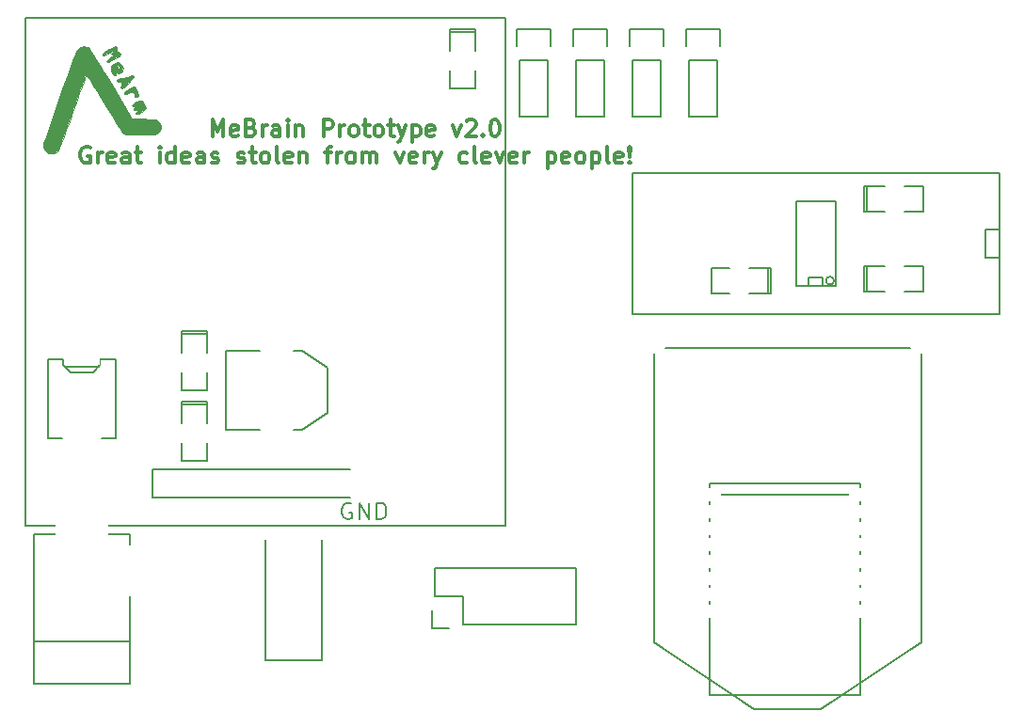
<source format=gto>
G04 #@! TF.FileFunction,Legend,Top*
%FSLAX46Y46*%
G04 Gerber Fmt 4.6, Leading zero omitted, Abs format (unit mm)*
G04 Created by KiCad (PCBNEW (2015-01-16 BZR 5376)-product) date 26/03/2015 09:41:38*
%MOMM*%
G01*
G04 APERTURE LIST*
%ADD10C,0.100000*%
%ADD11C,0.300000*%
%ADD12C,0.150000*%
%ADD13R,1.524000X2.032000*%
%ADD14R,3.302000X1.270000*%
%ADD15R,2.032000X1.524000*%
%ADD16R,1.000000X8.000000*%
%ADD17C,2.000000*%
%ADD18R,2.000000X2.000000*%
%ADD19R,1.574800X2.286000*%
%ADD20O,1.574800X2.286000*%
%ADD21R,1.727200X1.727200*%
%ADD22O,1.727200X1.727200*%
%ADD23C,4.800600*%
%ADD24R,4.800600X4.800600*%
%ADD25R,1.270000X0.406400*%
%ADD26R,2.000000X1.200000*%
%ADD27R,2.032000X3.657600*%
%ADD28R,2.032000X1.016000*%
%ADD29R,2.032000X1.727200*%
%ADD30O,2.032000X1.727200*%
%ADD31C,1.500000*%
G04 APERTURE END LIST*
D10*
D11*
X108773144Y-83298571D02*
X108773144Y-81798571D01*
X109273144Y-82870000D01*
X109773144Y-81798571D01*
X109773144Y-83298571D01*
X111058858Y-83227143D02*
X110916001Y-83298571D01*
X110630287Y-83298571D01*
X110487430Y-83227143D01*
X110416001Y-83084286D01*
X110416001Y-82512857D01*
X110487430Y-82370000D01*
X110630287Y-82298571D01*
X110916001Y-82298571D01*
X111058858Y-82370000D01*
X111130287Y-82512857D01*
X111130287Y-82655714D01*
X110416001Y-82798571D01*
X112273144Y-82512857D02*
X112487430Y-82584286D01*
X112558858Y-82655714D01*
X112630287Y-82798571D01*
X112630287Y-83012857D01*
X112558858Y-83155714D01*
X112487430Y-83227143D01*
X112344572Y-83298571D01*
X111773144Y-83298571D01*
X111773144Y-81798571D01*
X112273144Y-81798571D01*
X112416001Y-81870000D01*
X112487430Y-81941429D01*
X112558858Y-82084286D01*
X112558858Y-82227143D01*
X112487430Y-82370000D01*
X112416001Y-82441429D01*
X112273144Y-82512857D01*
X111773144Y-82512857D01*
X113273144Y-83298571D02*
X113273144Y-82298571D01*
X113273144Y-82584286D02*
X113344572Y-82441429D01*
X113416001Y-82370000D01*
X113558858Y-82298571D01*
X113701715Y-82298571D01*
X114844572Y-83298571D02*
X114844572Y-82512857D01*
X114773143Y-82370000D01*
X114630286Y-82298571D01*
X114344572Y-82298571D01*
X114201715Y-82370000D01*
X114844572Y-83227143D02*
X114701715Y-83298571D01*
X114344572Y-83298571D01*
X114201715Y-83227143D01*
X114130286Y-83084286D01*
X114130286Y-82941429D01*
X114201715Y-82798571D01*
X114344572Y-82727143D01*
X114701715Y-82727143D01*
X114844572Y-82655714D01*
X115558858Y-83298571D02*
X115558858Y-82298571D01*
X115558858Y-81798571D02*
X115487429Y-81870000D01*
X115558858Y-81941429D01*
X115630286Y-81870000D01*
X115558858Y-81798571D01*
X115558858Y-81941429D01*
X116273144Y-82298571D02*
X116273144Y-83298571D01*
X116273144Y-82441429D02*
X116344572Y-82370000D01*
X116487430Y-82298571D01*
X116701715Y-82298571D01*
X116844572Y-82370000D01*
X116916001Y-82512857D01*
X116916001Y-83298571D01*
X118773144Y-83298571D02*
X118773144Y-81798571D01*
X119344572Y-81798571D01*
X119487430Y-81870000D01*
X119558858Y-81941429D01*
X119630287Y-82084286D01*
X119630287Y-82298571D01*
X119558858Y-82441429D01*
X119487430Y-82512857D01*
X119344572Y-82584286D01*
X118773144Y-82584286D01*
X120273144Y-83298571D02*
X120273144Y-82298571D01*
X120273144Y-82584286D02*
X120344572Y-82441429D01*
X120416001Y-82370000D01*
X120558858Y-82298571D01*
X120701715Y-82298571D01*
X121416001Y-83298571D02*
X121273143Y-83227143D01*
X121201715Y-83155714D01*
X121130286Y-83012857D01*
X121130286Y-82584286D01*
X121201715Y-82441429D01*
X121273143Y-82370000D01*
X121416001Y-82298571D01*
X121630286Y-82298571D01*
X121773143Y-82370000D01*
X121844572Y-82441429D01*
X121916001Y-82584286D01*
X121916001Y-83012857D01*
X121844572Y-83155714D01*
X121773143Y-83227143D01*
X121630286Y-83298571D01*
X121416001Y-83298571D01*
X122344572Y-82298571D02*
X122916001Y-82298571D01*
X122558858Y-81798571D02*
X122558858Y-83084286D01*
X122630286Y-83227143D01*
X122773144Y-83298571D01*
X122916001Y-83298571D01*
X123630287Y-83298571D02*
X123487429Y-83227143D01*
X123416001Y-83155714D01*
X123344572Y-83012857D01*
X123344572Y-82584286D01*
X123416001Y-82441429D01*
X123487429Y-82370000D01*
X123630287Y-82298571D01*
X123844572Y-82298571D01*
X123987429Y-82370000D01*
X124058858Y-82441429D01*
X124130287Y-82584286D01*
X124130287Y-83012857D01*
X124058858Y-83155714D01*
X123987429Y-83227143D01*
X123844572Y-83298571D01*
X123630287Y-83298571D01*
X124558858Y-82298571D02*
X125130287Y-82298571D01*
X124773144Y-81798571D02*
X124773144Y-83084286D01*
X124844572Y-83227143D01*
X124987430Y-83298571D01*
X125130287Y-83298571D01*
X125487430Y-82298571D02*
X125844573Y-83298571D01*
X126201715Y-82298571D02*
X125844573Y-83298571D01*
X125701715Y-83655714D01*
X125630287Y-83727143D01*
X125487430Y-83798571D01*
X126773144Y-82298571D02*
X126773144Y-83798571D01*
X126773144Y-82370000D02*
X126916001Y-82298571D01*
X127201715Y-82298571D01*
X127344572Y-82370000D01*
X127416001Y-82441429D01*
X127487430Y-82584286D01*
X127487430Y-83012857D01*
X127416001Y-83155714D01*
X127344572Y-83227143D01*
X127201715Y-83298571D01*
X126916001Y-83298571D01*
X126773144Y-83227143D01*
X128701715Y-83227143D02*
X128558858Y-83298571D01*
X128273144Y-83298571D01*
X128130287Y-83227143D01*
X128058858Y-83084286D01*
X128058858Y-82512857D01*
X128130287Y-82370000D01*
X128273144Y-82298571D01*
X128558858Y-82298571D01*
X128701715Y-82370000D01*
X128773144Y-82512857D01*
X128773144Y-82655714D01*
X128058858Y-82798571D01*
X130416001Y-82298571D02*
X130773144Y-83298571D01*
X131130286Y-82298571D01*
X131630286Y-81941429D02*
X131701715Y-81870000D01*
X131844572Y-81798571D01*
X132201715Y-81798571D01*
X132344572Y-81870000D01*
X132416001Y-81941429D01*
X132487429Y-82084286D01*
X132487429Y-82227143D01*
X132416001Y-82441429D01*
X131558858Y-83298571D01*
X132487429Y-83298571D01*
X133130286Y-83155714D02*
X133201714Y-83227143D01*
X133130286Y-83298571D01*
X133058857Y-83227143D01*
X133130286Y-83155714D01*
X133130286Y-83298571D01*
X134130286Y-81798571D02*
X134273143Y-81798571D01*
X134416000Y-81870000D01*
X134487429Y-81941429D01*
X134558858Y-82084286D01*
X134630286Y-82370000D01*
X134630286Y-82727143D01*
X134558858Y-83012857D01*
X134487429Y-83155714D01*
X134416000Y-83227143D01*
X134273143Y-83298571D01*
X134130286Y-83298571D01*
X133987429Y-83227143D01*
X133916000Y-83155714D01*
X133844572Y-83012857D01*
X133773143Y-82727143D01*
X133773143Y-82370000D01*
X133844572Y-82084286D01*
X133916000Y-81941429D01*
X133987429Y-81870000D01*
X134130286Y-81798571D01*
X97773145Y-84270000D02*
X97630288Y-84198571D01*
X97416002Y-84198571D01*
X97201717Y-84270000D01*
X97058859Y-84412857D01*
X96987431Y-84555714D01*
X96916002Y-84841429D01*
X96916002Y-85055714D01*
X96987431Y-85341429D01*
X97058859Y-85484286D01*
X97201717Y-85627143D01*
X97416002Y-85698571D01*
X97558859Y-85698571D01*
X97773145Y-85627143D01*
X97844574Y-85555714D01*
X97844574Y-85055714D01*
X97558859Y-85055714D01*
X98487431Y-85698571D02*
X98487431Y-84698571D01*
X98487431Y-84984286D02*
X98558859Y-84841429D01*
X98630288Y-84770000D01*
X98773145Y-84698571D01*
X98916002Y-84698571D01*
X99987430Y-85627143D02*
X99844573Y-85698571D01*
X99558859Y-85698571D01*
X99416002Y-85627143D01*
X99344573Y-85484286D01*
X99344573Y-84912857D01*
X99416002Y-84770000D01*
X99558859Y-84698571D01*
X99844573Y-84698571D01*
X99987430Y-84770000D01*
X100058859Y-84912857D01*
X100058859Y-85055714D01*
X99344573Y-85198571D01*
X101344573Y-85698571D02*
X101344573Y-84912857D01*
X101273144Y-84770000D01*
X101130287Y-84698571D01*
X100844573Y-84698571D01*
X100701716Y-84770000D01*
X101344573Y-85627143D02*
X101201716Y-85698571D01*
X100844573Y-85698571D01*
X100701716Y-85627143D01*
X100630287Y-85484286D01*
X100630287Y-85341429D01*
X100701716Y-85198571D01*
X100844573Y-85127143D01*
X101201716Y-85127143D01*
X101344573Y-85055714D01*
X101844573Y-84698571D02*
X102416002Y-84698571D01*
X102058859Y-84198571D02*
X102058859Y-85484286D01*
X102130287Y-85627143D01*
X102273145Y-85698571D01*
X102416002Y-85698571D01*
X104058859Y-85698571D02*
X104058859Y-84698571D01*
X104058859Y-84198571D02*
X103987430Y-84270000D01*
X104058859Y-84341429D01*
X104130287Y-84270000D01*
X104058859Y-84198571D01*
X104058859Y-84341429D01*
X105416002Y-85698571D02*
X105416002Y-84198571D01*
X105416002Y-85627143D02*
X105273145Y-85698571D01*
X104987431Y-85698571D01*
X104844573Y-85627143D01*
X104773145Y-85555714D01*
X104701716Y-85412857D01*
X104701716Y-84984286D01*
X104773145Y-84841429D01*
X104844573Y-84770000D01*
X104987431Y-84698571D01*
X105273145Y-84698571D01*
X105416002Y-84770000D01*
X106701716Y-85627143D02*
X106558859Y-85698571D01*
X106273145Y-85698571D01*
X106130288Y-85627143D01*
X106058859Y-85484286D01*
X106058859Y-84912857D01*
X106130288Y-84770000D01*
X106273145Y-84698571D01*
X106558859Y-84698571D01*
X106701716Y-84770000D01*
X106773145Y-84912857D01*
X106773145Y-85055714D01*
X106058859Y-85198571D01*
X108058859Y-85698571D02*
X108058859Y-84912857D01*
X107987430Y-84770000D01*
X107844573Y-84698571D01*
X107558859Y-84698571D01*
X107416002Y-84770000D01*
X108058859Y-85627143D02*
X107916002Y-85698571D01*
X107558859Y-85698571D01*
X107416002Y-85627143D01*
X107344573Y-85484286D01*
X107344573Y-85341429D01*
X107416002Y-85198571D01*
X107558859Y-85127143D01*
X107916002Y-85127143D01*
X108058859Y-85055714D01*
X108701716Y-85627143D02*
X108844573Y-85698571D01*
X109130288Y-85698571D01*
X109273145Y-85627143D01*
X109344573Y-85484286D01*
X109344573Y-85412857D01*
X109273145Y-85270000D01*
X109130288Y-85198571D01*
X108916002Y-85198571D01*
X108773145Y-85127143D01*
X108701716Y-84984286D01*
X108701716Y-84912857D01*
X108773145Y-84770000D01*
X108916002Y-84698571D01*
X109130288Y-84698571D01*
X109273145Y-84770000D01*
X111058859Y-85627143D02*
X111201716Y-85698571D01*
X111487431Y-85698571D01*
X111630288Y-85627143D01*
X111701716Y-85484286D01*
X111701716Y-85412857D01*
X111630288Y-85270000D01*
X111487431Y-85198571D01*
X111273145Y-85198571D01*
X111130288Y-85127143D01*
X111058859Y-84984286D01*
X111058859Y-84912857D01*
X111130288Y-84770000D01*
X111273145Y-84698571D01*
X111487431Y-84698571D01*
X111630288Y-84770000D01*
X112130288Y-84698571D02*
X112701717Y-84698571D01*
X112344574Y-84198571D02*
X112344574Y-85484286D01*
X112416002Y-85627143D01*
X112558860Y-85698571D01*
X112701717Y-85698571D01*
X113416003Y-85698571D02*
X113273145Y-85627143D01*
X113201717Y-85555714D01*
X113130288Y-85412857D01*
X113130288Y-84984286D01*
X113201717Y-84841429D01*
X113273145Y-84770000D01*
X113416003Y-84698571D01*
X113630288Y-84698571D01*
X113773145Y-84770000D01*
X113844574Y-84841429D01*
X113916003Y-84984286D01*
X113916003Y-85412857D01*
X113844574Y-85555714D01*
X113773145Y-85627143D01*
X113630288Y-85698571D01*
X113416003Y-85698571D01*
X114773146Y-85698571D02*
X114630288Y-85627143D01*
X114558860Y-85484286D01*
X114558860Y-84198571D01*
X115916002Y-85627143D02*
X115773145Y-85698571D01*
X115487431Y-85698571D01*
X115344574Y-85627143D01*
X115273145Y-85484286D01*
X115273145Y-84912857D01*
X115344574Y-84770000D01*
X115487431Y-84698571D01*
X115773145Y-84698571D01*
X115916002Y-84770000D01*
X115987431Y-84912857D01*
X115987431Y-85055714D01*
X115273145Y-85198571D01*
X116630288Y-84698571D02*
X116630288Y-85698571D01*
X116630288Y-84841429D02*
X116701716Y-84770000D01*
X116844574Y-84698571D01*
X117058859Y-84698571D01*
X117201716Y-84770000D01*
X117273145Y-84912857D01*
X117273145Y-85698571D01*
X118916002Y-84698571D02*
X119487431Y-84698571D01*
X119130288Y-85698571D02*
X119130288Y-84412857D01*
X119201716Y-84270000D01*
X119344574Y-84198571D01*
X119487431Y-84198571D01*
X119987431Y-85698571D02*
X119987431Y-84698571D01*
X119987431Y-84984286D02*
X120058859Y-84841429D01*
X120130288Y-84770000D01*
X120273145Y-84698571D01*
X120416002Y-84698571D01*
X121130288Y-85698571D02*
X120987430Y-85627143D01*
X120916002Y-85555714D01*
X120844573Y-85412857D01*
X120844573Y-84984286D01*
X120916002Y-84841429D01*
X120987430Y-84770000D01*
X121130288Y-84698571D01*
X121344573Y-84698571D01*
X121487430Y-84770000D01*
X121558859Y-84841429D01*
X121630288Y-84984286D01*
X121630288Y-85412857D01*
X121558859Y-85555714D01*
X121487430Y-85627143D01*
X121344573Y-85698571D01*
X121130288Y-85698571D01*
X122273145Y-85698571D02*
X122273145Y-84698571D01*
X122273145Y-84841429D02*
X122344573Y-84770000D01*
X122487431Y-84698571D01*
X122701716Y-84698571D01*
X122844573Y-84770000D01*
X122916002Y-84912857D01*
X122916002Y-85698571D01*
X122916002Y-84912857D02*
X122987431Y-84770000D01*
X123130288Y-84698571D01*
X123344573Y-84698571D01*
X123487431Y-84770000D01*
X123558859Y-84912857D01*
X123558859Y-85698571D01*
X125273145Y-84698571D02*
X125630288Y-85698571D01*
X125987430Y-84698571D01*
X127130287Y-85627143D02*
X126987430Y-85698571D01*
X126701716Y-85698571D01*
X126558859Y-85627143D01*
X126487430Y-85484286D01*
X126487430Y-84912857D01*
X126558859Y-84770000D01*
X126701716Y-84698571D01*
X126987430Y-84698571D01*
X127130287Y-84770000D01*
X127201716Y-84912857D01*
X127201716Y-85055714D01*
X126487430Y-85198571D01*
X127844573Y-85698571D02*
X127844573Y-84698571D01*
X127844573Y-84984286D02*
X127916001Y-84841429D01*
X127987430Y-84770000D01*
X128130287Y-84698571D01*
X128273144Y-84698571D01*
X128630287Y-84698571D02*
X128987430Y-85698571D01*
X129344572Y-84698571D02*
X128987430Y-85698571D01*
X128844572Y-86055714D01*
X128773144Y-86127143D01*
X128630287Y-86198571D01*
X131701715Y-85627143D02*
X131558858Y-85698571D01*
X131273144Y-85698571D01*
X131130286Y-85627143D01*
X131058858Y-85555714D01*
X130987429Y-85412857D01*
X130987429Y-84984286D01*
X131058858Y-84841429D01*
X131130286Y-84770000D01*
X131273144Y-84698571D01*
X131558858Y-84698571D01*
X131701715Y-84770000D01*
X132558858Y-85698571D02*
X132416000Y-85627143D01*
X132344572Y-85484286D01*
X132344572Y-84198571D01*
X133701714Y-85627143D02*
X133558857Y-85698571D01*
X133273143Y-85698571D01*
X133130286Y-85627143D01*
X133058857Y-85484286D01*
X133058857Y-84912857D01*
X133130286Y-84770000D01*
X133273143Y-84698571D01*
X133558857Y-84698571D01*
X133701714Y-84770000D01*
X133773143Y-84912857D01*
X133773143Y-85055714D01*
X133058857Y-85198571D01*
X134273143Y-84698571D02*
X134630286Y-85698571D01*
X134987428Y-84698571D01*
X136130285Y-85627143D02*
X135987428Y-85698571D01*
X135701714Y-85698571D01*
X135558857Y-85627143D01*
X135487428Y-85484286D01*
X135487428Y-84912857D01*
X135558857Y-84770000D01*
X135701714Y-84698571D01*
X135987428Y-84698571D01*
X136130285Y-84770000D01*
X136201714Y-84912857D01*
X136201714Y-85055714D01*
X135487428Y-85198571D01*
X136844571Y-85698571D02*
X136844571Y-84698571D01*
X136844571Y-84984286D02*
X136915999Y-84841429D01*
X136987428Y-84770000D01*
X137130285Y-84698571D01*
X137273142Y-84698571D01*
X138915999Y-84698571D02*
X138915999Y-86198571D01*
X138915999Y-84770000D02*
X139058856Y-84698571D01*
X139344570Y-84698571D01*
X139487427Y-84770000D01*
X139558856Y-84841429D01*
X139630285Y-84984286D01*
X139630285Y-85412857D01*
X139558856Y-85555714D01*
X139487427Y-85627143D01*
X139344570Y-85698571D01*
X139058856Y-85698571D01*
X138915999Y-85627143D01*
X140844570Y-85627143D02*
X140701713Y-85698571D01*
X140415999Y-85698571D01*
X140273142Y-85627143D01*
X140201713Y-85484286D01*
X140201713Y-84912857D01*
X140273142Y-84770000D01*
X140415999Y-84698571D01*
X140701713Y-84698571D01*
X140844570Y-84770000D01*
X140915999Y-84912857D01*
X140915999Y-85055714D01*
X140201713Y-85198571D01*
X141773142Y-85698571D02*
X141630284Y-85627143D01*
X141558856Y-85555714D01*
X141487427Y-85412857D01*
X141487427Y-84984286D01*
X141558856Y-84841429D01*
X141630284Y-84770000D01*
X141773142Y-84698571D01*
X141987427Y-84698571D01*
X142130284Y-84770000D01*
X142201713Y-84841429D01*
X142273142Y-84984286D01*
X142273142Y-85412857D01*
X142201713Y-85555714D01*
X142130284Y-85627143D01*
X141987427Y-85698571D01*
X141773142Y-85698571D01*
X142915999Y-84698571D02*
X142915999Y-86198571D01*
X142915999Y-84770000D02*
X143058856Y-84698571D01*
X143344570Y-84698571D01*
X143487427Y-84770000D01*
X143558856Y-84841429D01*
X143630285Y-84984286D01*
X143630285Y-85412857D01*
X143558856Y-85555714D01*
X143487427Y-85627143D01*
X143344570Y-85698571D01*
X143058856Y-85698571D01*
X142915999Y-85627143D01*
X144487428Y-85698571D02*
X144344570Y-85627143D01*
X144273142Y-85484286D01*
X144273142Y-84198571D01*
X145630284Y-85627143D02*
X145487427Y-85698571D01*
X145201713Y-85698571D01*
X145058856Y-85627143D01*
X144987427Y-85484286D01*
X144987427Y-84912857D01*
X145058856Y-84770000D01*
X145201713Y-84698571D01*
X145487427Y-84698571D01*
X145630284Y-84770000D01*
X145701713Y-84912857D01*
X145701713Y-85055714D01*
X144987427Y-85198571D01*
X146344570Y-85555714D02*
X146415998Y-85627143D01*
X146344570Y-85698571D01*
X146273141Y-85627143D01*
X146344570Y-85555714D01*
X146344570Y-85698571D01*
X146344570Y-85127143D02*
X146273141Y-84270000D01*
X146344570Y-84198571D01*
X146415998Y-84270000D01*
X146344570Y-85127143D01*
X146344570Y-84198571D01*
D12*
X167640000Y-94996000D02*
X167386000Y-94996000D01*
X167386000Y-94996000D02*
X167386000Y-97282000D01*
X167386000Y-97282000D02*
X167640000Y-97282000D01*
X167640000Y-94996000D02*
X167640000Y-97282000D01*
X167640000Y-97282000D02*
X169291000Y-97282000D01*
X171069000Y-94996000D02*
X172720000Y-94996000D01*
X172720000Y-94996000D02*
X172720000Y-97282000D01*
X172720000Y-97282000D02*
X171069000Y-97282000D01*
X169291000Y-94996000D02*
X167640000Y-94996000D01*
X95504000Y-104013000D02*
X98552000Y-104013000D01*
X95377000Y-103378000D02*
X93980000Y-103378000D01*
X100076000Y-103378000D02*
X98679000Y-103378000D01*
X100076000Y-110490000D02*
X98806000Y-110490000D01*
X93980000Y-110490000D02*
X95250000Y-110490000D01*
X98679000Y-103378000D02*
X98679000Y-103886000D01*
X98679000Y-103886000D02*
X98044000Y-104521000D01*
X98044000Y-104521000D02*
X96012000Y-104521000D01*
X95377000Y-103378000D02*
X95377000Y-103886000D01*
X95377000Y-103886000D02*
X96012000Y-104521000D01*
X93980000Y-110490000D02*
X93980000Y-103378000D01*
X100076000Y-103378000D02*
X100076000Y-110490000D01*
X158750000Y-97409000D02*
X159004000Y-97409000D01*
X159004000Y-97409000D02*
X159004000Y-95123000D01*
X159004000Y-95123000D02*
X158750000Y-95123000D01*
X158750000Y-97409000D02*
X158750000Y-95123000D01*
X158750000Y-95123000D02*
X157099000Y-95123000D01*
X155321000Y-97409000D02*
X153670000Y-97409000D01*
X153670000Y-97409000D02*
X153670000Y-95123000D01*
X153670000Y-95123000D02*
X155321000Y-95123000D01*
X157099000Y-97409000D02*
X158750000Y-97409000D01*
X108331000Y-107442000D02*
X108331000Y-107188000D01*
X108331000Y-107188000D02*
X106045000Y-107188000D01*
X106045000Y-107188000D02*
X106045000Y-107442000D01*
X108331000Y-107442000D02*
X106045000Y-107442000D01*
X106045000Y-107442000D02*
X106045000Y-109093000D01*
X108331000Y-110871000D02*
X108331000Y-112522000D01*
X108331000Y-112522000D02*
X106045000Y-112522000D01*
X106045000Y-112522000D02*
X106045000Y-110871000D01*
X108331000Y-109093000D02*
X108331000Y-107442000D01*
X108331000Y-101092000D02*
X108331000Y-100838000D01*
X108331000Y-100838000D02*
X106045000Y-100838000D01*
X106045000Y-100838000D02*
X106045000Y-101092000D01*
X108331000Y-101092000D02*
X106045000Y-101092000D01*
X106045000Y-101092000D02*
X106045000Y-102743000D01*
X108331000Y-104521000D02*
X108331000Y-106172000D01*
X108331000Y-106172000D02*
X106045000Y-106172000D01*
X106045000Y-106172000D02*
X106045000Y-104521000D01*
X108331000Y-102743000D02*
X108331000Y-101092000D01*
X132461000Y-73914000D02*
X132461000Y-73660000D01*
X132461000Y-73660000D02*
X130175000Y-73660000D01*
X130175000Y-73660000D02*
X130175000Y-73914000D01*
X132461000Y-73914000D02*
X130175000Y-73914000D01*
X130175000Y-73914000D02*
X130175000Y-75565000D01*
X132461000Y-77343000D02*
X132461000Y-78994000D01*
X132461000Y-78994000D02*
X130175000Y-78994000D01*
X130175000Y-78994000D02*
X130175000Y-77343000D01*
X132461000Y-75565000D02*
X132461000Y-73914000D01*
X167640000Y-87757000D02*
X167386000Y-87757000D01*
X167386000Y-87757000D02*
X167386000Y-90043000D01*
X167386000Y-90043000D02*
X167640000Y-90043000D01*
X167640000Y-87757000D02*
X167640000Y-90043000D01*
X167640000Y-90043000D02*
X169291000Y-90043000D01*
X171069000Y-87757000D02*
X172720000Y-87757000D01*
X172720000Y-87757000D02*
X172720000Y-90043000D01*
X172720000Y-90043000D02*
X171069000Y-90043000D01*
X169291000Y-87757000D02*
X167640000Y-87757000D01*
X118618000Y-130429000D02*
X118618000Y-119634000D01*
X113538000Y-130429000D02*
X113538000Y-119634000D01*
X113538000Y-130429000D02*
X118618000Y-130429000D01*
X135128000Y-72644000D02*
X91948000Y-72644000D01*
X91948000Y-72644000D02*
X91948000Y-118364000D01*
X135128000Y-118364000D02*
X135128000Y-72644000D01*
X91948000Y-118364000D02*
X135128000Y-118364000D01*
X103378000Y-113284000D02*
X121158000Y-113284000D01*
X103378000Y-113284000D02*
X103378000Y-115824000D01*
X103378000Y-115824000D02*
X121158000Y-115824000D01*
X179578000Y-94234000D02*
X178308000Y-94234000D01*
X178308000Y-94234000D02*
X178308000Y-91694000D01*
X178308000Y-91694000D02*
X179578000Y-91694000D01*
X179578000Y-99314000D02*
X146558000Y-99314000D01*
X146558000Y-99314000D02*
X146558000Y-86614000D01*
X146558000Y-86614000D02*
X179578000Y-86614000D01*
X179578000Y-86614000D02*
X179578000Y-99314000D01*
X128778000Y-122174000D02*
X141478000Y-122174000D01*
X141478000Y-122174000D02*
X141478000Y-127254000D01*
X141478000Y-127254000D02*
X131318000Y-127254000D01*
X128778000Y-122174000D02*
X128778000Y-124714000D01*
X128498000Y-125984000D02*
X128498000Y-127534000D01*
X128778000Y-124714000D02*
X131318000Y-124714000D01*
X131318000Y-124714000D02*
X131318000Y-127254000D01*
X128498000Y-127534000D02*
X130048000Y-127534000D01*
X92710000Y-131826000D02*
X92710000Y-132588000D01*
X92710000Y-132588000D02*
X101346000Y-132588000D01*
X101346000Y-132588000D02*
X101346000Y-131826000D01*
X92710000Y-128778000D02*
X101346000Y-128778000D01*
X92710000Y-119126000D02*
X101346000Y-119126000D01*
X101346000Y-131826000D02*
X101346000Y-119126000D01*
X92710000Y-131826000D02*
X92710000Y-119126000D01*
X161290000Y-89154000D02*
X161290000Y-96774000D01*
X164846000Y-96774000D02*
X164846000Y-89154000D01*
X161290000Y-89154000D02*
X164846000Y-89154000D01*
X164846000Y-96774000D02*
X161290000Y-96774000D01*
X164697210Y-96266000D02*
G75*
G03X164697210Y-96266000I-359210J0D01*
G01*
X162433000Y-96774000D02*
X162433000Y-96012000D01*
X162433000Y-96012000D02*
X163703000Y-96012000D01*
X163703000Y-96012000D02*
X163703000Y-96774000D01*
X167028000Y-133554000D02*
X167028000Y-114554000D01*
X153528000Y-133554000D02*
X167028000Y-133554000D01*
X154028000Y-115554000D02*
X167028000Y-115554000D01*
X153528000Y-132554000D02*
X153528000Y-133554000D01*
X153528000Y-114554000D02*
X153528000Y-132554000D01*
X167028000Y-114554000D02*
X153528000Y-114554000D01*
X113030000Y-102616000D02*
X109982000Y-102616000D01*
X109982000Y-102616000D02*
X109982000Y-109728000D01*
X109982000Y-109728000D02*
X113030000Y-109728000D01*
X116078000Y-102616000D02*
X116840000Y-102616000D01*
X116840000Y-102616000D02*
X119126000Y-104140000D01*
X119126000Y-104140000D02*
X119126000Y-108204000D01*
X119126000Y-108204000D02*
X116840000Y-109728000D01*
X116840000Y-109728000D02*
X116078000Y-109728000D01*
X141478000Y-76454000D02*
X141478000Y-81534000D01*
X141478000Y-81534000D02*
X144018000Y-81534000D01*
X144018000Y-81534000D02*
X144018000Y-76454000D01*
X144298000Y-73634000D02*
X144298000Y-75184000D01*
X144018000Y-76454000D02*
X141478000Y-76454000D01*
X141198000Y-75184000D02*
X141198000Y-73634000D01*
X141198000Y-73634000D02*
X144298000Y-73634000D01*
X146558000Y-76454000D02*
X146558000Y-81534000D01*
X146558000Y-81534000D02*
X149098000Y-81534000D01*
X149098000Y-81534000D02*
X149098000Y-76454000D01*
X149378000Y-73634000D02*
X149378000Y-75184000D01*
X149098000Y-76454000D02*
X146558000Y-76454000D01*
X146278000Y-75184000D02*
X146278000Y-73634000D01*
X146278000Y-73634000D02*
X149378000Y-73634000D01*
X151638000Y-76454000D02*
X151638000Y-81534000D01*
X151638000Y-81534000D02*
X154178000Y-81534000D01*
X154178000Y-81534000D02*
X154178000Y-76454000D01*
X154458000Y-73634000D02*
X154458000Y-75184000D01*
X154178000Y-76454000D02*
X151638000Y-76454000D01*
X151358000Y-75184000D02*
X151358000Y-73634000D01*
X151358000Y-73634000D02*
X154458000Y-73634000D01*
X136398000Y-76454000D02*
X136398000Y-81534000D01*
X136398000Y-81534000D02*
X138938000Y-81534000D01*
X138938000Y-81534000D02*
X138938000Y-76454000D01*
X139218000Y-73634000D02*
X139218000Y-75184000D01*
X138938000Y-76454000D02*
X136398000Y-76454000D01*
X136118000Y-75184000D02*
X136118000Y-73634000D01*
X136118000Y-73634000D02*
X139218000Y-73634000D01*
X172528000Y-128824000D02*
X163528000Y-134824000D01*
X163528000Y-134824000D02*
X157528000Y-134824000D01*
X157528000Y-134824000D02*
X148528000Y-128824000D01*
X148528000Y-128824000D02*
X148528000Y-102824000D01*
X172528000Y-128824000D02*
X172528000Y-102824000D01*
X171528000Y-102324000D02*
X149528000Y-102324000D01*
D10*
G36*
X104129673Y-82267117D02*
X104124423Y-82565990D01*
X104007252Y-82844951D01*
X103932182Y-82934848D01*
X103850058Y-83011331D01*
X103762128Y-83066292D01*
X103640770Y-83103285D01*
X103458361Y-83125865D01*
X103187278Y-83137586D01*
X102799901Y-83142001D01*
X102317002Y-83142666D01*
X100909641Y-83142666D01*
X100682860Y-82909833D01*
X100585900Y-82782727D01*
X100414737Y-82528759D01*
X100181316Y-82166854D01*
X99897579Y-81715931D01*
X99575471Y-81194914D01*
X99226936Y-80622723D01*
X98974873Y-80203946D01*
X98623944Y-79620276D01*
X98299820Y-79085500D01*
X98012852Y-78616361D01*
X97773390Y-78229605D01*
X97591784Y-77941973D01*
X97478383Y-77770211D01*
X97444029Y-77727446D01*
X97406313Y-77803897D01*
X97318976Y-78023754D01*
X97188075Y-78370503D01*
X97019664Y-78827633D01*
X96819799Y-79378628D01*
X96594536Y-80006978D01*
X96349930Y-80696168D01*
X96216362Y-81075211D01*
X95915394Y-81923480D01*
X95642252Y-82677457D01*
X95401278Y-83325827D01*
X95196813Y-83857274D01*
X95033200Y-84260482D01*
X94914782Y-84524134D01*
X94851876Y-84631211D01*
X94619202Y-84779393D01*
X94318686Y-84837973D01*
X94026377Y-84799356D01*
X93887996Y-84727473D01*
X93691767Y-84498462D01*
X93572361Y-84210254D01*
X93556667Y-84080976D01*
X93584198Y-83969432D01*
X93663252Y-83714060D01*
X93788515Y-83330544D01*
X93954674Y-82834566D01*
X94156418Y-82241809D01*
X94388434Y-81567955D01*
X94645410Y-80828689D01*
X94922032Y-80039693D01*
X95014078Y-79778576D01*
X95357861Y-78806213D01*
X95651640Y-77981571D01*
X95901228Y-77292501D01*
X96112438Y-76726854D01*
X96291083Y-76272482D01*
X96442977Y-75917237D01*
X96573933Y-75648969D01*
X96689764Y-75455530D01*
X96796283Y-75324772D01*
X96899304Y-75244546D01*
X97004639Y-75202703D01*
X97118101Y-75187094D01*
X97211987Y-75185296D01*
X97445625Y-75208886D01*
X97615897Y-75263917D01*
X97617452Y-75264888D01*
X97686148Y-75351848D01*
X97832406Y-75568773D01*
X98046647Y-75900441D01*
X98319292Y-76331625D01*
X98640763Y-76847101D01*
X99001479Y-77431646D01*
X99391863Y-78070033D01*
X99654226Y-78502091D01*
X101567213Y-81661000D01*
X102620773Y-81705834D01*
X103038360Y-81728616D01*
X103403553Y-81757814D01*
X103677830Y-81789725D01*
X103822669Y-81820642D01*
X103824852Y-81821628D01*
X104028113Y-82001331D01*
X104129673Y-82267117D01*
X104129673Y-82267117D01*
X104129673Y-82267117D01*
G37*
X104129673Y-82267117D02*
X104124423Y-82565990D01*
X104007252Y-82844951D01*
X103932182Y-82934848D01*
X103850058Y-83011331D01*
X103762128Y-83066292D01*
X103640770Y-83103285D01*
X103458361Y-83125865D01*
X103187278Y-83137586D01*
X102799901Y-83142001D01*
X102317002Y-83142666D01*
X100909641Y-83142666D01*
X100682860Y-82909833D01*
X100585900Y-82782727D01*
X100414737Y-82528759D01*
X100181316Y-82166854D01*
X99897579Y-81715931D01*
X99575471Y-81194914D01*
X99226936Y-80622723D01*
X98974873Y-80203946D01*
X98623944Y-79620276D01*
X98299820Y-79085500D01*
X98012852Y-78616361D01*
X97773390Y-78229605D01*
X97591784Y-77941973D01*
X97478383Y-77770211D01*
X97444029Y-77727446D01*
X97406313Y-77803897D01*
X97318976Y-78023754D01*
X97188075Y-78370503D01*
X97019664Y-78827633D01*
X96819799Y-79378628D01*
X96594536Y-80006978D01*
X96349930Y-80696168D01*
X96216362Y-81075211D01*
X95915394Y-81923480D01*
X95642252Y-82677457D01*
X95401278Y-83325827D01*
X95196813Y-83857274D01*
X95033200Y-84260482D01*
X94914782Y-84524134D01*
X94851876Y-84631211D01*
X94619202Y-84779393D01*
X94318686Y-84837973D01*
X94026377Y-84799356D01*
X93887996Y-84727473D01*
X93691767Y-84498462D01*
X93572361Y-84210254D01*
X93556667Y-84080976D01*
X93584198Y-83969432D01*
X93663252Y-83714060D01*
X93788515Y-83330544D01*
X93954674Y-82834566D01*
X94156418Y-82241809D01*
X94388434Y-81567955D01*
X94645410Y-80828689D01*
X94922032Y-80039693D01*
X95014078Y-79778576D01*
X95357861Y-78806213D01*
X95651640Y-77981571D01*
X95901228Y-77292501D01*
X96112438Y-76726854D01*
X96291083Y-76272482D01*
X96442977Y-75917237D01*
X96573933Y-75648969D01*
X96689764Y-75455530D01*
X96796283Y-75324772D01*
X96899304Y-75244546D01*
X97004639Y-75202703D01*
X97118101Y-75187094D01*
X97211987Y-75185296D01*
X97445625Y-75208886D01*
X97615897Y-75263917D01*
X97617452Y-75264888D01*
X97686148Y-75351848D01*
X97832406Y-75568773D01*
X98046647Y-75900441D01*
X98319292Y-76331625D01*
X98640763Y-76847101D01*
X99001479Y-77431646D01*
X99391863Y-78070033D01*
X99654226Y-78502091D01*
X101567213Y-81661000D01*
X102620773Y-81705834D01*
X103038360Y-81728616D01*
X103403553Y-81757814D01*
X103677830Y-81789725D01*
X103822669Y-81820642D01*
X103824852Y-81821628D01*
X104028113Y-82001331D01*
X104129673Y-82267117D01*
X104129673Y-82267117D01*
G36*
X102785333Y-80741612D02*
X102717227Y-80850630D01*
X102548346Y-80994552D01*
X102331849Y-81137721D01*
X102120892Y-81244482D01*
X101982682Y-81280000D01*
X101869145Y-81222811D01*
X101854000Y-81172253D01*
X101922233Y-81066971D01*
X102091944Y-80938510D01*
X102150839Y-80904648D01*
X102328127Y-80796476D01*
X102411027Y-80720098D01*
X102410314Y-80707425D01*
X102322744Y-80722733D01*
X102179303Y-80805697D01*
X101980980Y-80908116D01*
X101835161Y-80941333D01*
X101702692Y-80901803D01*
X101701463Y-80803291D01*
X101818714Y-80675909D01*
X101991482Y-80572385D01*
X102171904Y-80471094D01*
X102253451Y-80394025D01*
X102250957Y-80378735D01*
X102156051Y-80386857D01*
X102009970Y-80467030D01*
X101797595Y-80574294D01*
X101619082Y-80595452D01*
X101521677Y-80528298D01*
X101515333Y-80490139D01*
X101586953Y-80393674D01*
X101765236Y-80273102D01*
X101995316Y-80155131D01*
X102222328Y-80066469D01*
X102391405Y-80033823D01*
X102432583Y-80043629D01*
X102537092Y-80164397D01*
X102655675Y-80372172D01*
X102750799Y-80592684D01*
X102785333Y-80741612D01*
X102785333Y-80741612D01*
X102785333Y-80741612D01*
G37*
X102785333Y-80741612D02*
X102717227Y-80850630D01*
X102548346Y-80994552D01*
X102331849Y-81137721D01*
X102120892Y-81244482D01*
X101982682Y-81280000D01*
X101869145Y-81222811D01*
X101854000Y-81172253D01*
X101922233Y-81066971D01*
X102091944Y-80938510D01*
X102150839Y-80904648D01*
X102328127Y-80796476D01*
X102411027Y-80720098D01*
X102410314Y-80707425D01*
X102322744Y-80722733D01*
X102179303Y-80805697D01*
X101980980Y-80908116D01*
X101835161Y-80941333D01*
X101702692Y-80901803D01*
X101701463Y-80803291D01*
X101818714Y-80675909D01*
X101991482Y-80572385D01*
X102171904Y-80471094D01*
X102253451Y-80394025D01*
X102250957Y-80378735D01*
X102156051Y-80386857D01*
X102009970Y-80467030D01*
X101797595Y-80574294D01*
X101619082Y-80595452D01*
X101521677Y-80528298D01*
X101515333Y-80490139D01*
X101586953Y-80393674D01*
X101765236Y-80273102D01*
X101995316Y-80155131D01*
X102222328Y-80066469D01*
X102391405Y-80033823D01*
X102432583Y-80043629D01*
X102537092Y-80164397D01*
X102655675Y-80372172D01*
X102750799Y-80592684D01*
X102785333Y-80741612D01*
X102785333Y-80741612D01*
G36*
X102083515Y-79527581D02*
X102002257Y-79689647D01*
X101905392Y-79742649D01*
X101790703Y-79734484D01*
X101786078Y-79618116D01*
X101792900Y-79590357D01*
X101775595Y-79410739D01*
X101643862Y-79304613D01*
X101443115Y-79289578D01*
X101233200Y-79373481D01*
X101030608Y-79460227D01*
X100885159Y-79438756D01*
X100838000Y-79334908D01*
X100906748Y-79254936D01*
X101078648Y-79135256D01*
X101302179Y-79005087D01*
X101525823Y-78893648D01*
X101698060Y-78830158D01*
X101737664Y-78824666D01*
X101842935Y-78891799D01*
X101854000Y-78941299D01*
X101913767Y-79088583D01*
X101985280Y-79166885D01*
X102081159Y-79329523D01*
X102083515Y-79527581D01*
X102083515Y-79527581D01*
X102083515Y-79527581D01*
G37*
X102083515Y-79527581D02*
X102002257Y-79689647D01*
X101905392Y-79742649D01*
X101790703Y-79734484D01*
X101786078Y-79618116D01*
X101792900Y-79590357D01*
X101775595Y-79410739D01*
X101643862Y-79304613D01*
X101443115Y-79289578D01*
X101233200Y-79373481D01*
X101030608Y-79460227D01*
X100885159Y-79438756D01*
X100838000Y-79334908D01*
X100906748Y-79254936D01*
X101078648Y-79135256D01*
X101302179Y-79005087D01*
X101525823Y-78893648D01*
X101698060Y-78830158D01*
X101737664Y-78824666D01*
X101842935Y-78891799D01*
X101854000Y-78941299D01*
X101913767Y-79088583D01*
X101985280Y-79166885D01*
X102081159Y-79329523D01*
X102083515Y-79527581D01*
X102083515Y-79527581D01*
G36*
X101691030Y-77858888D02*
X101634419Y-78003655D01*
X101457466Y-78233534D01*
X101195378Y-78509817D01*
X100992357Y-78708187D01*
X100992357Y-78285688D01*
X100979111Y-78260222D01*
X100878631Y-78250089D01*
X100866222Y-78260222D01*
X100877844Y-78310556D01*
X100922667Y-78316666D01*
X100992357Y-78285688D01*
X100992357Y-78708187D01*
X100938036Y-78761264D01*
X100771893Y-78910332D01*
X100669580Y-78975540D01*
X100603729Y-78975403D01*
X100558757Y-78940534D01*
X100549593Y-78832555D01*
X100586675Y-78735001D01*
X100634739Y-78541833D01*
X100580626Y-78396930D01*
X100448282Y-78351645D01*
X100411765Y-78359920D01*
X100269840Y-78354321D01*
X100175394Y-78277399D01*
X100186443Y-78178297D01*
X100191282Y-78173161D01*
X100286167Y-78136159D01*
X100498156Y-78073942D01*
X100779210Y-77998734D01*
X101081291Y-77922757D01*
X101356359Y-77858236D01*
X101556377Y-77817393D01*
X101621167Y-77809327D01*
X101691030Y-77858888D01*
X101691030Y-77858888D01*
X101691030Y-77858888D01*
G37*
X101691030Y-77858888D02*
X101634419Y-78003655D01*
X101457466Y-78233534D01*
X101195378Y-78509817D01*
X100992357Y-78708187D01*
X100992357Y-78285688D01*
X100979111Y-78260222D01*
X100878631Y-78250089D01*
X100866222Y-78260222D01*
X100877844Y-78310556D01*
X100922667Y-78316666D01*
X100992357Y-78285688D01*
X100992357Y-78708187D01*
X100938036Y-78761264D01*
X100771893Y-78910332D01*
X100669580Y-78975540D01*
X100603729Y-78975403D01*
X100558757Y-78940534D01*
X100549593Y-78832555D01*
X100586675Y-78735001D01*
X100634739Y-78541833D01*
X100580626Y-78396930D01*
X100448282Y-78351645D01*
X100411765Y-78359920D01*
X100269840Y-78354321D01*
X100175394Y-78277399D01*
X100186443Y-78178297D01*
X100191282Y-78173161D01*
X100286167Y-78136159D01*
X100498156Y-78073942D01*
X100779210Y-77998734D01*
X101081291Y-77922757D01*
X101356359Y-77858236D01*
X101556377Y-77817393D01*
X101621167Y-77809327D01*
X101691030Y-77858888D01*
X101691030Y-77858888D01*
G36*
X100740522Y-77087442D02*
X100710410Y-77337469D01*
X100565161Y-77507532D01*
X100469015Y-77566668D01*
X100469015Y-77092315D01*
X100417645Y-77007921D01*
X100282205Y-76888044D01*
X100217966Y-76911395D01*
X100250103Y-77064505D01*
X100261785Y-77091296D01*
X100361431Y-77233636D01*
X100442648Y-77221884D01*
X100469015Y-77092315D01*
X100469015Y-77566668D01*
X100396049Y-77611548D01*
X100282348Y-77611261D01*
X100169091Y-77490234D01*
X100085741Y-77364166D01*
X99975588Y-77211745D01*
X99913226Y-77163344D01*
X99908093Y-77175994D01*
X99951777Y-77305052D01*
X100038571Y-77451309D01*
X100118675Y-77636720D01*
X100089920Y-77770881D01*
X99996074Y-77808666D01*
X99904314Y-77745127D01*
X99789404Y-77599978D01*
X99659644Y-77295312D01*
X99670938Y-77019595D01*
X99818809Y-76806389D01*
X99902462Y-76752507D01*
X100218902Y-76637392D01*
X100458965Y-76665331D01*
X100621532Y-76811505D01*
X100740522Y-77087442D01*
X100740522Y-77087442D01*
X100740522Y-77087442D01*
G37*
X100740522Y-77087442D02*
X100710410Y-77337469D01*
X100565161Y-77507532D01*
X100469015Y-77566668D01*
X100469015Y-77092315D01*
X100417645Y-77007921D01*
X100282205Y-76888044D01*
X100217966Y-76911395D01*
X100250103Y-77064505D01*
X100261785Y-77091296D01*
X100361431Y-77233636D01*
X100442648Y-77221884D01*
X100469015Y-77092315D01*
X100469015Y-77566668D01*
X100396049Y-77611548D01*
X100282348Y-77611261D01*
X100169091Y-77490234D01*
X100085741Y-77364166D01*
X99975588Y-77211745D01*
X99913226Y-77163344D01*
X99908093Y-77175994D01*
X99951777Y-77305052D01*
X100038571Y-77451309D01*
X100118675Y-77636720D01*
X100089920Y-77770881D01*
X99996074Y-77808666D01*
X99904314Y-77745127D01*
X99789404Y-77599978D01*
X99659644Y-77295312D01*
X99670938Y-77019595D01*
X99818809Y-76806389D01*
X99902462Y-76752507D01*
X100218902Y-76637392D01*
X100458965Y-76665331D01*
X100621532Y-76811505D01*
X100740522Y-77087442D01*
X100740522Y-77087442D01*
G36*
X100532947Y-75867265D02*
X100454426Y-76013194D01*
X100390778Y-76060288D01*
X100029589Y-76273949D01*
X99710013Y-76450417D01*
X99464795Y-76572472D01*
X99326680Y-76622893D01*
X99320090Y-76623333D01*
X99239307Y-76554978D01*
X99229333Y-76498054D01*
X99298940Y-76388135D01*
X99475233Y-76253311D01*
X99583031Y-76192331D01*
X99788687Y-76078351D01*
X99859309Y-76004683D01*
X99815574Y-75945095D01*
X99790003Y-75929776D01*
X99693197Y-75837819D01*
X99743005Y-75727498D01*
X99806573Y-75635985D01*
X99774249Y-75619996D01*
X99629772Y-75683857D01*
X99362589Y-75828702D01*
X99085299Y-75965500D01*
X98931168Y-75994418D01*
X98892885Y-75915517D01*
X98916105Y-75832496D01*
X99010908Y-75734302D01*
X99210241Y-75594349D01*
X99464559Y-75441131D01*
X99724320Y-75303141D01*
X99939979Y-75208872D01*
X100043705Y-75184000D01*
X100183476Y-75244763D01*
X100206711Y-75401442D01*
X100161603Y-75520916D01*
X100115505Y-75647912D01*
X100194691Y-75689360D01*
X100275629Y-75691999D01*
X100468266Y-75743944D01*
X100532947Y-75867265D01*
X100532947Y-75867265D01*
X100532947Y-75867265D01*
G37*
X100532947Y-75867265D02*
X100454426Y-76013194D01*
X100390778Y-76060288D01*
X100029589Y-76273949D01*
X99710013Y-76450417D01*
X99464795Y-76572472D01*
X99326680Y-76622893D01*
X99320090Y-76623333D01*
X99239307Y-76554978D01*
X99229333Y-76498054D01*
X99298940Y-76388135D01*
X99475233Y-76253311D01*
X99583031Y-76192331D01*
X99788687Y-76078351D01*
X99859309Y-76004683D01*
X99815574Y-75945095D01*
X99790003Y-75929776D01*
X99693197Y-75837819D01*
X99743005Y-75727498D01*
X99806573Y-75635985D01*
X99774249Y-75619996D01*
X99629772Y-75683857D01*
X99362589Y-75828702D01*
X99085299Y-75965500D01*
X98931168Y-75994418D01*
X98892885Y-75915517D01*
X98916105Y-75832496D01*
X99010908Y-75734302D01*
X99210241Y-75594349D01*
X99464559Y-75441131D01*
X99724320Y-75303141D01*
X99939979Y-75208872D01*
X100043705Y-75184000D01*
X100183476Y-75244763D01*
X100206711Y-75401442D01*
X100161603Y-75520916D01*
X100115505Y-75647912D01*
X100194691Y-75689360D01*
X100275629Y-75691999D01*
X100468266Y-75743944D01*
X100532947Y-75867265D01*
X100532947Y-75867265D01*
D12*
X121285143Y-116344000D02*
X121142286Y-116272571D01*
X120928000Y-116272571D01*
X120713715Y-116344000D01*
X120570857Y-116486857D01*
X120499429Y-116629714D01*
X120428000Y-116915429D01*
X120428000Y-117129714D01*
X120499429Y-117415429D01*
X120570857Y-117558286D01*
X120713715Y-117701143D01*
X120928000Y-117772571D01*
X121070857Y-117772571D01*
X121285143Y-117701143D01*
X121356572Y-117629714D01*
X121356572Y-117129714D01*
X121070857Y-117129714D01*
X121999429Y-117772571D02*
X121999429Y-116272571D01*
X122856572Y-117772571D01*
X122856572Y-116272571D01*
X123570858Y-117772571D02*
X123570858Y-116272571D01*
X123928001Y-116272571D01*
X124142286Y-116344000D01*
X124285144Y-116486857D01*
X124356572Y-116629714D01*
X124428001Y-116915429D01*
X124428001Y-117129714D01*
X124356572Y-117415429D01*
X124285144Y-117558286D01*
X124142286Y-117701143D01*
X123928001Y-117772571D01*
X123570858Y-117772571D01*
%LPC*%
D13*
X168529000Y-96139000D03*
X171831000Y-96139000D03*
D14*
X97028000Y-110617000D03*
X97028000Y-103251000D03*
D13*
X157861000Y-96266000D03*
X154559000Y-96266000D03*
D15*
X107188000Y-108331000D03*
X107188000Y-111633000D03*
X107188000Y-101981000D03*
X107188000Y-105283000D03*
X131318000Y-74803000D03*
X131318000Y-78105000D03*
D13*
X168529000Y-88900000D03*
X171831000Y-88900000D03*
D16*
X114173000Y-125984000D03*
X116078000Y-125984000D03*
X117983000Y-125984000D03*
X114173000Y-125984000D03*
X116078000Y-125984000D03*
X117983000Y-125984000D03*
D17*
X104648000Y-114554000D03*
X107188000Y-114554000D03*
X109728000Y-114554000D03*
X112268000Y-114554000D03*
X114808000Y-114554000D03*
X117348000Y-114554000D03*
X119888000Y-114554000D03*
D18*
X122428000Y-114554000D03*
D19*
X177038000Y-85344000D03*
D20*
X174498000Y-85344000D03*
X171958000Y-85344000D03*
X169418000Y-85344000D03*
X166878000Y-85344000D03*
X164338000Y-85344000D03*
X161798000Y-85344000D03*
X159258000Y-85344000D03*
X156718000Y-85344000D03*
X154178000Y-85344000D03*
X151638000Y-85344000D03*
X149098000Y-85344000D03*
X149098000Y-100584000D03*
X151638000Y-100584000D03*
X154178000Y-100584000D03*
X156718000Y-100584000D03*
X159258000Y-100584000D03*
X161798000Y-100584000D03*
X164338000Y-100584000D03*
X166878000Y-100584000D03*
X169418000Y-100584000D03*
X171958000Y-100584000D03*
X174498000Y-100584000D03*
X177038000Y-100584000D03*
D21*
X130048000Y-125984000D03*
D22*
X130048000Y-123444000D03*
X132588000Y-125984000D03*
X132588000Y-123444000D03*
X135128000Y-125984000D03*
X135128000Y-123444000D03*
X137668000Y-125984000D03*
X137668000Y-123444000D03*
X140208000Y-125984000D03*
X140208000Y-123444000D03*
D23*
X97028000Y-124714000D03*
D24*
X97028000Y-118618000D03*
D23*
X102108000Y-122428000D03*
D25*
X165735000Y-95885000D03*
X165735000Y-95250000D03*
X165735000Y-94589600D03*
X165735000Y-93929200D03*
X165735000Y-93294200D03*
X165735000Y-92633800D03*
X165735000Y-91973400D03*
X165735000Y-91338400D03*
X165735000Y-90678000D03*
X165735000Y-90043000D03*
X160401000Y-90043000D03*
X160401000Y-90678000D03*
X160401000Y-91338400D03*
X160401000Y-91973400D03*
X160401000Y-92633800D03*
X160401000Y-93294200D03*
X160401000Y-93929200D03*
X160401000Y-94589600D03*
X160401000Y-95250000D03*
X160401000Y-95885000D03*
D26*
X167028000Y-126054000D03*
X167028000Y-124554000D03*
X167028000Y-123054000D03*
X167028000Y-121554000D03*
X167028000Y-120054000D03*
X167028000Y-118554000D03*
X167028000Y-117054000D03*
X167028000Y-115554000D03*
X153528000Y-115554000D03*
X153528000Y-117054000D03*
X153528000Y-118554000D03*
X153528000Y-120054000D03*
X153528000Y-121554000D03*
X153528000Y-123054000D03*
X153528000Y-124554000D03*
X153528000Y-126054000D03*
D27*
X117856000Y-106172000D03*
D28*
X111252000Y-106172000D03*
X111252000Y-108458000D03*
X111252000Y-103886000D03*
D29*
X142748000Y-75184000D03*
D30*
X142748000Y-77724000D03*
X142748000Y-80264000D03*
D29*
X147828000Y-75184000D03*
D30*
X147828000Y-77724000D03*
X147828000Y-80264000D03*
D29*
X152908000Y-75184000D03*
D30*
X152908000Y-77724000D03*
X152908000Y-80264000D03*
D29*
X137668000Y-75184000D03*
D30*
X137668000Y-77724000D03*
X137668000Y-80264000D03*
D31*
X171528000Y-127324000D03*
X171528000Y-125324000D03*
X171528000Y-123324000D03*
X171528000Y-121324000D03*
X171528000Y-119324000D03*
X171528000Y-117324000D03*
X171528000Y-115324000D03*
X171528000Y-113324000D03*
X171528000Y-111324000D03*
X171528000Y-109324000D03*
X149528000Y-109324000D03*
X149528000Y-111324000D03*
X149528000Y-113324000D03*
X149528000Y-115324000D03*
X149528000Y-117324000D03*
X149528000Y-119324000D03*
X149528000Y-121324000D03*
X149528000Y-123324000D03*
X149528000Y-125324000D03*
X149528000Y-127324000D03*
M02*

</source>
